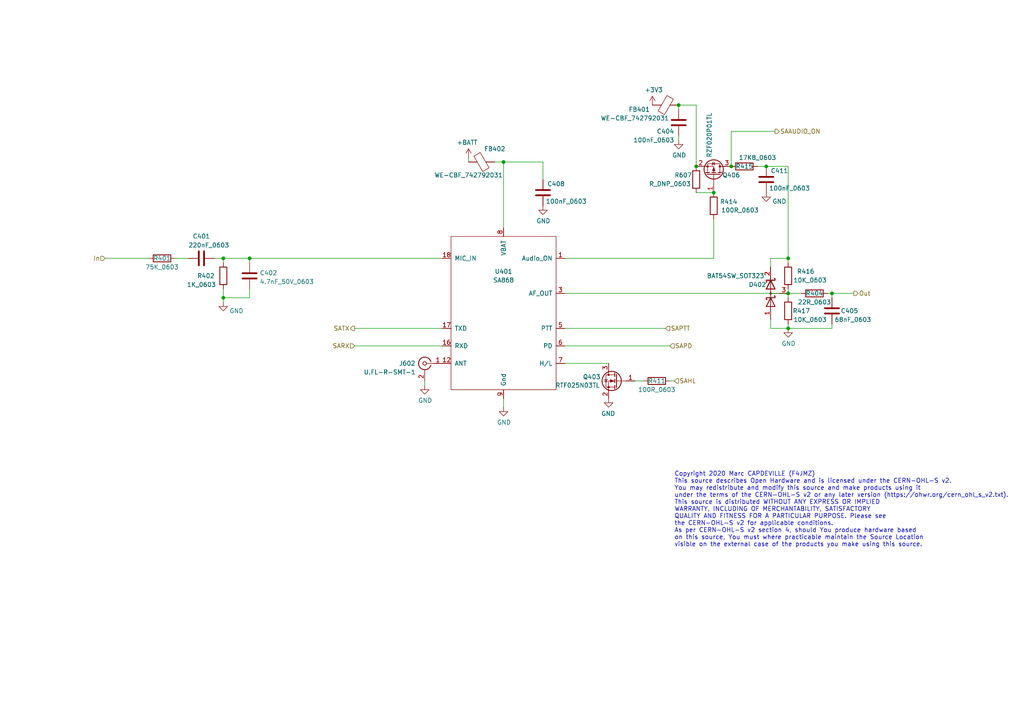
<source format=kicad_sch>
(kicad_sch (version 20211123) (generator eeschema)
  (paper "A4")
  (title_block (title "ESP32s3APRS by F4JMZ") (date "2024-08-24") (rev "0.0.1") (company "©️2025 Marc CAPDEVILLE (F4JMZ)") (comment 1 "Sources : https://github.com/mcapdeville/esp32s3aprs") (comment 2 "Licensed under CERN-OHL-S v2 (https://ohwr.org/cern_ohl_s_v2.txt)"))
  (lib_symbols
    (symbol "CAP_0603:100nF_0603" (pin_numbers hide) (pin_names (offset 0.254))
      (property "Reference" "C" (at 0.635 2.54 0))
      (property "Value" "100nF_0603" (at 0.635 -2.54 0))
      (symbol "100nF_0603_0_1"
        (polyline (pts (xy -2.032 -0.762) (xy 2.032 -0.762)) (stroke (width 0.508)))
        (polyline (pts (xy -2.032 0.762) (xy 2.032 0.762)) (stroke (width 0.508)))
      )
      (symbol "100nF_0603_1_1"
        (pin passive line (at 0 3.81 270) (length 2.794) (name "~") (number "1"))
        (pin passive line (at 0 -3.81 90) (length 2.794) (name "~") (number "2"))
      )
    )
    (symbol "CAP_0603:68nF_0603" (pin_numbers hide) (pin_names (offset 0.254))
      (property "Reference" "C" (at 0.635 2.54 0))
      (property "Value" "68nF_0603" (at 0.635 -2.54 0))
      (symbol "68nF_0603_0_1"
        (polyline (pts (xy -2.032 -0.762) (xy 2.032 -0.762)) (stroke (width 0.508)))
        (polyline (pts (xy -2.032 0.762) (xy 2.032 0.762)) (stroke (width 0.508)))
      )
      (symbol "68nF_0603_1_1"
        (pin passive line (at 0 3.81 270) (length 2.794) (name "~") (number "1"))
        (pin passive line (at 0 -3.81 90) (length 2.794) (name "~") (number "2"))
      )
    )
    (symbol "CON_SMD:U.FL-R-SMT-1" (pin_names (offset 1.016) hide)
      (property "Reference" "J" (at 5.08 0 0))
      (property "Value" "U.FL-R-SMT-1" (at 12.7 -2.54 0))
      (symbol "U.FL-R-SMT-1_0_1"
        (arc (start -1.778 -0.508) (mid 0.2311 -1.8066) (end 1.778 0) (stroke (width 0.254)))
        (polyline (pts (xy -2.54 0) (xy -0.508 0)))
        (polyline (pts (xy 0 -2.54) (xy 0 -1.778)))
        (circle (center 0 0) (radius 0.508) (stroke (width 0.2032)))
        (arc (start 1.778 0) (mid 0.2099 1.8101) (end -1.778 0.508) (stroke (width 0.254)))
      )
      (symbol "U.FL-R-SMT-1_1_1"
        (pin passive line (at -5.08 0 0) (length 2.54) (name "In") (number "1"))
        (pin passive line (at 0 -5.08 90) (length 2.54) (name "Ext") (number "2"))
      )
    )
    (symbol "D_SOT323:BAT54SW_SOT323" (pin_names (offset 0.762) hide)
      (property "Reference" "D" (at 3.81 2.54 0))
      (property "Value" "BAT54SW_SOT323" (at 0 2.54 0))
      (symbol "BAT54SW_SOT323_0_1"
        (polyline (pts (xy -3.81 0) (xy 3.81 0)))
        (polyline (pts (xy -3.81 0) (xy 3.81 0)))
        (polyline (pts (xy 0 0) (xy 0 -2.54)))
        (polyline (pts (xy -1.27 -1.27) (xy -1.27 1.27) (xy -1.27 1.27)) (stroke (width 0.254)))
        (polyline (pts (xy 3.81 1.27) (xy 3.81 -1.27) (xy 3.81 -1.27)) (stroke (width 0.254)))
        (polyline (pts (xy 3.81 1.27) (xy 3.81 -1.27) (xy 3.81 -1.27)) (stroke (width 0.254)))
        (polyline (pts (xy -1.27 -1.27) (xy -0.762 -1.27) (xy -0.762 -1.016) (xy -0.762 -1.016)) (stroke (width 0.254)))
        (polyline (pts (xy 3.81 -1.27) (xy 4.318 -1.27) (xy 4.318 -1.016) (xy 4.318 -1.016)) (stroke (width 0.254)))
        (polyline (pts (xy 3.81 1.27) (xy 3.302 1.27) (xy 3.302 1.016) (xy 3.302 1.016)) (stroke (width 0.254)))
        (polyline (pts (xy -1.778 1.016) (xy -1.778 1.27) (xy -1.27 1.27) (xy -1.27 1.27) (xy -1.27 1.27)) (stroke (width 0.254)))
        (polyline (pts (xy -3.81 1.27) (xy -1.27 0) (xy -3.81 -1.27) (xy -3.81 1.27) (xy -3.81 1.27) (xy -3.81 1.27)) (stroke (width 0.254)))
        (polyline (pts (xy 1.27 1.27) (xy 3.81 0) (xy 1.27 -1.27) (xy 1.27 1.27) (xy 1.27 1.27) (xy 1.27 1.27)) (stroke (width 0.254)))
        (polyline (pts (xy 1.27 1.27) (xy 3.81 0) (xy 1.27 -1.27) (xy 1.27 1.27) (xy 1.27 1.27) (xy 1.27 1.27)) (stroke (width 0.254)))
        (circle (center 0 0) (radius 0.254) (fill (type outline)))
        (pin passive line (at -7.62 0 0) (length 3.81) (name "A") (number "1"))
        (pin passive line (at 7.62 0 180) (length 3.81) (name "A") (number "2"))
        (pin passive line (at 7.62 0 180) (length 3.81) (name "A") (number "2"))
        (pin passive line (at 0 -5.08 90) (length 2.54) (name "K") (number "3"))
      )
    )
    (symbol "FB_0805:WE-CBF_742792031" (pin_numbers hide) (pin_names (offset 0))
      (property "Reference" "FB" (at -3.81 0.635 90))
      (property "Value" "WE-CBF_742792031" (at 3.81 0 90))
      (symbol "WE-CBF_742792031_0_1"
        (polyline (pts (xy 0 -1.27) (xy 0 -1.2192)))
        (polyline (pts (xy 0 1.27) (xy 0 1.2954)))
        (polyline (pts (xy -2.7686 0.4064) (xy -1.7018 2.2606) (xy 2.7686 -0.3048) (xy 1.6764 -2.159) (xy -2.7686 0.4064)))
      )
      (symbol "WE-CBF_742792031_1_1"
        (pin passive line (at 0 3.81 270) (length 2.54) (name "~") (number "1"))
        (pin passive line (at 0 -3.81 90) (length 2.54) (name "~") (number "2"))
      )
    )
    (symbol "Q_SOT323:RTF025N03TL" (pin_names (offset 0) hide)
      (property "Reference" "Q" (at 5.08 1.27 0))
      (property "Value" "RTF025N03TL" (at 5.08 -1.27 0))
      (symbol "RTF025N03TL_0_1"
        (polyline (pts (xy 0.254 0) (xy -2.54 0)))
        (polyline (pts (xy 0.254 1.905) (xy 0.254 -1.905)) (stroke (width 0.254)))
        (polyline (pts (xy 0.762 -1.27) (xy 0.762 -2.286)) (stroke (width 0.254)))
        (polyline (pts (xy 0.762 0.508) (xy 0.762 -0.508)) (stroke (width 0.254)))
        (polyline (pts (xy 0.762 2.286) (xy 0.762 1.27)) (stroke (width 0.254)))
        (polyline (pts (xy 2.54 2.54) (xy 2.54 1.778)))
        (polyline (pts (xy 2.54 -2.54) (xy 2.54 0) (xy 0.762 0)))
        (polyline (pts (xy 0.762 -1.778) (xy 3.302 -1.778) (xy 3.302 1.778) (xy 0.762 1.778)))
        (polyline (pts (xy 1.016 0) (xy 2.032 0.381) (xy 2.032 -0.381) (xy 1.016 0)) (fill (type outline)))
        (polyline (pts (xy 2.794 0.508) (xy 2.921 0.381) (xy 3.683 0.381) (xy 3.81 0.254)))
        (polyline (pts (xy 3.302 0.381) (xy 2.921 -0.254) (xy 3.683 -0.254) (xy 3.302 0.381)))
        (circle (center 1.651 0) (radius 2.794) (stroke (width 0.254)))
        (circle (center 2.54 -1.778) (radius 0.254) (fill (type outline)))
        (circle (center 2.54 1.778) (radius 0.254) (fill (type outline)))
      )
      (symbol "RTF025N03TL_1_1"
        (pin input line (at -5.08 0 0) (length 2.54) (name "G") (number "1"))
        (pin passive line (at 2.54 -5.08 90) (length 2.54) (name "S") (number "2"))
        (pin passive line (at 2.54 5.08 270) (length 2.54) (name "D") (number "3"))
      )
    )
    (symbol "Q_SOT323:RZF020P01TL" (pin_names (offset 0) hide)
      (property "Reference" "Q" (at 5.08 1.27 0))
      (property "Value" "RZF020P01TL" (at 5.08 -1.27 0))
      (symbol "RZF020P01TL_0_1"
        (polyline (pts (xy 0.254 0) (xy -2.54 0)))
        (polyline (pts (xy 0.254 1.905) (xy 0.254 -1.905)) (stroke (width 0.254)))
        (polyline (pts (xy 0.762 -1.27) (xy 0.762 -2.286)) (stroke (width 0.254)))
        (polyline (pts (xy 0.762 0.508) (xy 0.762 -0.508)) (stroke (width 0.254)))
        (polyline (pts (xy 0.762 2.286) (xy 0.762 1.27)) (stroke (width 0.254)))
        (polyline (pts (xy 2.54 2.54) (xy 2.54 1.778)))
        (polyline (pts (xy 2.54 -2.54) (xy 2.54 0) (xy 0.762 0)))
        (polyline (pts (xy 0.762 1.778) (xy 3.302 1.778) (xy 3.302 -1.778) (xy 0.762 -1.778)))
        (polyline (pts (xy 2.286 0) (xy 1.27 0.381) (xy 1.27 -0.381) (xy 2.286 0)) (fill (type outline)))
        (polyline (pts (xy 2.794 -0.508) (xy 2.921 -0.381) (xy 3.683 -0.381) (xy 3.81 -0.254)))
        (polyline (pts (xy 3.302 -0.381) (xy 2.921 0.254) (xy 3.683 0.254) (xy 3.302 -0.381)))
        (circle (center 1.651 0) (radius 2.794) (stroke (width 0.254)))
        (circle (center 2.54 -1.778) (radius 0.254) (fill (type outline)))
        (circle (center 2.54 1.778) (radius 0.254) (fill (type outline)))
      )
      (symbol "RZF020P01TL_1_1"
        (pin input line (at -5.08 0 0) (length 2.54) (name "G") (number "1"))
        (pin passive line (at 2.54 -5.08 90) (length 2.54) (name "S") (number "2"))
        (pin passive line (at 2.54 5.08 270) (length 2.54) (name "D") (number "3"))
      )
    )
    (symbol "RES_0603:100R_0603" (pin_numbers hide) (pin_names (offset 0))
      (property "Reference" "R" (at 0 -1.27 90))
      (property "Value" "100R_0603" (at 2.54 0 90))
      (symbol "100R_0603_0_1"
        (rectangle (start -1.016 -2.54) (end 1.016 2.54) (stroke (width 0.254)))
      )
      (symbol "100R_0603_1_1"
        (pin passive line (at 0 3.81 270) (length 1.27) (name "~") (number "1"))
        (pin passive line (at 0 -3.81 90) (length 1.27) (name "~") (number "2"))
      )
    )
    (symbol "RES_0603:10K_0603" (pin_numbers hide) (pin_names (offset 0))
      (property "Reference" "R" (at 0 -1.27 90))
      (property "Value" "10K_0603" (at 2.54 0 90))
      (symbol "10K_0603_0_1"
        (rectangle (start -1.016 -2.54) (end 1.016 2.54) (stroke (width 0.254)))
      )
      (symbol "10K_0603_1_1"
        (pin passive line (at 0 3.81 270) (length 1.27) (name "~") (number "1"))
        (pin passive line (at 0 -3.81 90) (length 1.27) (name "~") (number "2"))
      )
    )
    (symbol "RES_0603:17K8_0603" (pin_numbers hide) (pin_names (offset 0))
      (property "Reference" "R" (at 0 -1.27 90))
      (property "Value" "17K8_0603" (at 2.54 0 90))
      (symbol "17K8_0603_0_1"
        (rectangle (start -1.016 -2.54) (end 1.016 2.54) (stroke (width 0.254)))
      )
      (symbol "17K8_0603_1_1"
        (pin passive line (at 0 3.81 270) (length 1.27) (name "~") (number "1"))
        (pin passive line (at 0 -3.81 90) (length 1.27) (name "~") (number "2"))
      )
    )
    (symbol "RES_0603:1K_0603" (pin_numbers hide) (pin_names (offset 0))
      (property "Reference" "R" (at 0 -1.27 90))
      (property "Value" "1K_0603" (at 2.54 0 90))
      (symbol "1K_0603_0_1"
        (rectangle (start -1.016 -2.54) (end 1.016 2.54) (stroke (width 0.254)))
      )
      (symbol "1K_0603_1_1"
        (pin passive line (at 0 3.81 270) (length 1.27) (name "~") (number "1"))
        (pin passive line (at 0 -3.81 90) (length 1.27) (name "~") (number "2"))
      )
    )
    (symbol "RES_0603:22R_0603" (pin_numbers hide) (pin_names (offset 0))
      (property "Reference" "R" (at 0 -1.27 90))
      (property "Value" "22R_0603" (at 2.54 0 90))
      (symbol "22R_0603_0_1"
        (rectangle (start -1.016 -2.54) (end 1.016 2.54) (stroke (width 0.254)))
      )
      (symbol "22R_0603_1_1"
        (pin passive line (at 0 3.81 270) (length 1.27) (name "~") (number "1"))
        (pin passive line (at 0 -3.81 90) (length 1.27) (name "~") (number "2"))
      )
    )
    (symbol "RES_0603:75K_0603" (pin_numbers hide) (pin_names (offset 0))
      (property "Reference" "R" (at 0 -1.27 90))
      (property "Value" "75K_0603" (at 2.54 0 90))
      (symbol "75K_0603_0_1"
        (rectangle (start -1.016 -2.54) (end 1.016 2.54) (stroke (width 0.254)))
      )
      (symbol "75K_0603_1_1"
        (pin passive line (at 0 3.81 270) (length 1.27) (name "~") (number "1"))
        (pin passive line (at 0 -3.81 90) (length 1.27) (name "~") (number "2"))
      )
    )
    (symbol "RES_0603:R_DNP_0603" (pin_numbers hide) (pin_names (offset 0))
      (property "Reference" "R" (at 0 -1.27 90))
      (property "Value" "R_DNP_0603" (at 2.54 0 90))
      (symbol "R_DNP_0603_0_1"
        (rectangle (start -1.016 -2.54) (end 1.016 2.54) (stroke (width 0.254)))
      )
      (symbol "R_DNP_0603_1_1"
        (pin passive line (at 0 3.81 270) (length 1.27) (name "~") (number "1"))
        (pin passive line (at 0 -3.81 90) (length 1.27) (name "~") (number "2"))
      )
    )
    (symbol "U_Radio:SA868" (pin_names (offset 1.016))
      (property "Reference" "U401" (at 0 16.51 0))
      (property "Value" "SA868" (at 0 13.97 0))
      (symbol "SA868_0_1"
        (rectangle (start -15.24 26.67) (end 15.24 -17.78))
      )
      (symbol "SA868_1_1"
        (pin output line (at 17.78 20.32 180) (length 2.54) (name "Audio_ON") (number "1"))
        (pin power_in line (at 0 -20.32 90) (length 2.54) hide (name "Gnd") (number "10"))
        (pin bidirectional line (at -17.78 -10.16 0) (length 2.54) (name "ANT") (number "12"))
        (pin input line (at -17.78 -5.08 0) (length 2.54) (name "RXD") (number "16"))
        (pin output line (at -17.78 0 0) (length 2.54) (name "TXD") (number "17"))
        (pin input line (at -17.78 20.32 0) (length 2.54) (name "MIC_IN") (number "18"))
        (pin power_in line (at -10.795 -20.32 90) (length 2.54) hide (name "Fix2") (number "19"))
        (pin power_in line (at -6.985 -20.32 90) (length 2.54) hide (name "Fix1") (number "20"))
        (pin power_in line (at 12.7 -20.32 90) (length 2.54) hide (name "Diss") (number "21"))
        (pin output line (at 17.78 10.16 180) (length 2.54) (name "AF_OUT") (number "3"))
        (pin input line (at 17.78 0 180) (length 2.54) (name "PTT") (number "5"))
        (pin input line (at 17.78 -5.08 180) (length 2.54) (name "PD") (number "6"))
        (pin input line (at 17.78 -10.16 180) (length 2.54) (name "H/L") (number "7"))
        (pin power_in line (at 0 29.21 270) (length 2.54) (name "VBAT") (number "8"))
        (pin power_in line (at 0 -20.32 90) (length 2.54) (name "Gnd") (number "9"))
      )
    )
    (symbol "_symbols:4.7nF_50V_0603" (pin_numbers hide) (pin_names (offset 0.254))
      (property "Reference" "C" (at 0.635 2.54 0))
      (property "Value" "4.7nF_50V_0603" (at 0.635 -2.54 0))
      (symbol "4.7nF_50V_0603_0_1"
        (polyline (pts (xy -2.032 -0.762) (xy 2.032 -0.762)) (stroke (width 0.508)))
        (polyline (pts (xy -2.032 0.762) (xy 2.032 0.762)) (stroke (width 0.508)))
      )
      (symbol "4.7nF_50V_0603_1_1"
        (pin passive line (at 0 3.81 270) (length 2.794) (name "~") (number "1"))
        (pin passive line (at 0 -3.81 90) (length 2.794) (name "~") (number "2"))
      )
    )
    (symbol "power:+3V3" (power) (pin_names (offset 0))
      (property "Value" "+3V3" (at 0 3.556 0))
      (symbol "+3V3_0_1"
        (polyline (pts (xy -0.762 1.27) (xy 0 2.54)))
        (polyline (pts (xy 0 0) (xy 0 2.54)))
        (polyline (pts (xy 0 2.54) (xy 0.762 1.27)))
      )
      (symbol "+3V3_1_1"
        (pin power_in line (at 0 0 90) (length 0) hide (name "+3V3") (number "1"))
      )
    )
    (symbol "power:+BATT" (power) (pin_names (offset 0))
      (property "Value" "+BATT" (at 0 3.556 0))
      (symbol "+BATT_0_1"
        (polyline (pts (xy -0.762 1.27) (xy 0 2.54)))
        (polyline (pts (xy 0 0) (xy 0 2.54)))
        (polyline (pts (xy 0 2.54) (xy 0.762 1.27)))
      )
      (symbol "+BATT_1_1"
        (pin power_in line (at 0 0 90) (length 0) hide (name "+BATT") (number "1"))
      )
    )
    (symbol "power:GND" (power) (pin_names (offset 0))
      (property "Value" "GND" (at 0 -3.81 0))
      (symbol "GND_0_1"
        (polyline (pts (xy 0 0) (xy 0 -1.27) (xy 1.27 -1.27) (xy 0 -2.54) (xy -1.27 -1.27) (xy 0 -1.27)))
      )
      (symbol "GND_1_1"
        (pin power_in line (at 0 0 270) (length 0) hide (name "GND") (number "1"))
      )
    )
  )
  (junction (at 228.6 85.09))
  (junction (at 222.25 48.26))
  (junction (at 146.05 46.99))
  (junction (at 72.39 74.93))
  (junction (at 228.6 74.93))
  (junction (at 207.01 55.88))
  (junction (at 64.77 74.93))
  (junction (at 228.6 95.25))
  (junction (at 212.09 48.26))
  (junction (at 241.3 85.09))
  (junction (at 64.77 86.36))
  (junction (at 196.85 30.48))
  (junction (at 201.93 48.26))
  (wire (pts (xy 196.85 39.37) (xy 196.85 40.64)))
  (wire (pts (xy 223.52 77.47) (xy 223.52 74.93)))
  (wire (pts (xy 228.6 95.25) (xy 241.3 95.25)))
  (wire (pts (xy 193.04 95.25) (xy 163.83 95.25)))
  (wire (pts (xy 222.25 48.26) (xy 228.6 48.26)))
  (wire (pts (xy 157.48 46.99) (xy 157.48 52.07)))
  (wire (pts (xy 135.89 46.99) (xy 135.89 45.72)))
  (wire (pts (xy 194.31 110.49) (xy 195.58 110.49)))
  (wire (pts (xy 184.15 110.49) (xy 186.69 110.49)))
  (wire (pts (xy 201.93 55.88) (xy 207.01 55.88)))
  (wire (pts (xy 64.77 86.36) (xy 72.39 86.36)))
  (wire (pts (xy 223.52 95.25) (xy 228.6 95.25)))
  (wire (pts (xy 157.48 46.99) (xy 146.05 46.99)))
  (wire (pts (xy 241.3 95.25) (xy 241.3 93.98)))
  (wire (pts (xy 163.83 100.33) (xy 194.31 100.33)))
  (wire (pts (xy 30.48 74.93) (xy 43.18 74.93)))
  (wire (pts (xy 219.71 48.26) (xy 222.25 48.26)))
  (wire (pts (xy 64.77 76.2) (xy 64.77 74.93)))
  (wire (pts (xy 163.83 85.09) (xy 228.6 85.09)))
  (wire (pts (xy 228.6 83.82) (xy 228.6 85.09)))
  (wire (pts (xy 50.8 74.93) (xy 54.61 74.93)))
  (wire (pts (xy 143.51 46.99) (xy 146.05 46.99)))
  (wire (pts (xy 72.39 86.36) (xy 72.39 83.82)))
  (wire (pts (xy 207.01 63.5) (xy 207.01 74.93)))
  (wire (pts (xy 228.6 85.09) (xy 228.6 86.36)))
  (wire (pts (xy 123.19 111.76) (xy 123.19 110.49)))
  (wire (pts (xy 228.6 74.93) (xy 228.6 76.2)))
  (wire (pts (xy 196.85 30.48) (xy 201.93 30.48)))
  (wire (pts (xy 64.77 86.36) (xy 64.77 87.63)))
  (wire (pts (xy 228.6 74.93) (xy 228.6 48.26)))
  (wire (pts (xy 241.3 86.36) (xy 241.3 85.09)))
  (wire (pts (xy 64.77 86.36) (xy 64.77 83.82)))
  (wire (pts (xy 72.39 74.93) (xy 72.39 76.2)))
  (wire (pts (xy 240.03 85.09) (xy 241.3 85.09)))
  (wire (pts (xy 72.39 74.93) (xy 128.27 74.93)))
  (wire (pts (xy 212.09 38.1) (xy 224.79 38.1)))
  (wire (pts (xy 201.93 30.48) (xy 201.93 48.26)))
  (wire (pts (xy 146.05 115.57) (xy 146.05 118.11)))
  (wire (pts (xy 228.6 85.09) (xy 232.41 85.09)))
  (wire (pts (xy 223.52 92.71) (xy 223.52 95.25)))
  (wire (pts (xy 163.83 105.41) (xy 176.53 105.41)))
  (wire (pts (xy 163.83 74.93) (xy 207.01 74.93)))
  (wire (pts (xy 241.3 85.09) (xy 247.65 85.09)))
  (wire (pts (xy 146.05 46.99) (xy 146.05 66.04)))
  (wire (pts (xy 212.09 38.1) (xy 212.09 48.26)))
  (wire (pts (xy 62.23 74.93) (xy 64.77 74.93)))
  (wire (pts (xy 102.87 95.25) (xy 128.27 95.25)))
  (wire (pts (xy 196.85 31.75) (xy 196.85 30.48)))
  (wire (pts (xy 102.87 100.33) (xy 128.27 100.33)))
  (wire (pts (xy 64.77 74.93) (xy 72.39 74.93)))
  (wire (pts (xy 223.52 74.93) (xy 228.6 74.93)))
  (wire (pts (xy 228.6 95.25) (xy 228.6 93.98)))
  (text "Copyright 2020 Marc CAPDEVILLE (F4JMZ)\nThis source describes Open Hardware and is licensed under the CERN-OHL-S v2.\nYou may redistribute and modify this source and make products using it\nunder the terms of the CERN-OHL-S v2 or any later version (https://ohwr.org/cern_ohl_s_v2.txt).\nThis source is distributed WITHOUT ANY EXPRESS OR IMPLIED\nWARRANTY, INCLUDING OF MERCHANTABILITY, SATISFACTORY\nQUALITY AND FITNESS FOR A PARTICULAR PURPOSE. Please see\nthe CERN-OHL-S v2 for applicable conditions.\nAs per CERN-OHL-S v2 section 4, should You produce hardware based\non this source, You must where practicable maintain the Source Location\nvisible on the external case of the products you make using this source." (at 195.58 158.75 0) (effects (font (size 1.27 1.27)) (justify left bottom)))
  (hierarchical_label "SAAUDIO_ON" (shape output) (at 224.79 38.1 0))
  (hierarchical_label "Out" (shape output) (at 247.65 85.09 0))
  (hierarchical_label "SAHL" (shape input) (at 195.58 110.49 0))
  (hierarchical_label "SATX" (shape output) (at 102.87 95.25 180))
  (hierarchical_label "SARX" (shape input) (at 102.87 100.33 180))
  (hierarchical_label "SAPTT" (shape input) (at 193.04 95.25 0))
  (hierarchical_label "In" (shape input) (at 30.48 74.93 180))
  (hierarchical_label "SAPD" (shape input) (at 194.31 100.33 0))
  (symbol (lib_id "RES_0603:17K8_0603") (at 215.9 48.26 270) (unit 1)
    (property "Reference" "R415" (at 215.9 48.26 90))
    (property "Value" "17K8_0603" (at 219.71 45.72 90))
    (property "Footprint" "Resistor_SMD:R_0603_1608Metric" (effects hide))
    (property "Radiospares" "122-9032" (effects hide))
    (property "Mouser" "603-RC0603FR-0717K8L" (effects hide))
  )
  (symbol (lib_id "CAP_0603:100nF_0603") (at 222.25 52.07 180) (unit 1)
    (property "Reference" "C411" (at 226.06 49.53 0))
    (property "Value" "100nF_0603" (at 234.95 54.61 0) (effects (justify left)))
    (property "Footprint" "Capacitor_SMD:C_0603_1608Metric" (effects hide))
    (property "Radiospares" "184-3685" (effects hide))
    (property "Mouser" "963-UMK107B7104KAHT" (effects hide))
  )
  (symbol (lib_id "power:GND") (at 222.25 55.88 0) (unit 1)
    (property "Reference" "#PWR0414" (effects hide))
    (property "Value" "GND" (at 226.06 58.42 0))
  )
  (symbol (lib_id "U_Radio:SA868") (at 146.05 95.25 0) (unit 1)
    (property "Reference" "U401" (at 146.05 78.74 0))
    (property "Value" "SA868" (at 146.05 81.28 0))
    (property "Footprint" "_footprint:SA8x8" (effects hide))
    (property "G-NiceRF" "SA868" (effects hide))
  )
  (symbol (lib_id "power:GND") (at 157.48 59.69 0) (unit 1)
    (property "Reference" "#PWR0410" (effects hide))
    (property "Value" "GND" (at 157.607 64.0842 0))
  )
  (symbol (lib_id "power:+BATT") (at 135.89 45.72 0) (mirror y) (unit 1)
    (property "Reference" "#PWR0405" (effects hide))
    (property "Value" "+BATT" (at 135.509 41.3258 0))
  )
  (symbol (lib_id "power:GND") (at 146.05 118.11 0) (unit 1)
    (property "Reference" "#PWR0409" (effects hide))
    (property "Value" "GND" (at 146.177 122.5042 0))
  )
  (symbol (lib_id "FB_0805:WE-CBF_742792031") (at 139.7 46.99 90) (mirror x) (unit 1)
    (property "Reference" "FB402" (at 143.51 43.18 90))
    (property "Value" "WE-CBF_742792031" (at 135.89 50.8 90))
    (property "Footprint" "Inductor_SMD:L_0805_2012Metric" (effects hide))
    (property "Radiospares" "669-4092" (effects hide))
    (property "Mouser" "710-742792031" (effects hide))
  )
  (symbol (lib_id "CAP_0603:100nF_0603") (at 157.48 55.88 0) (mirror y) (unit 1)
    (property "Reference" "C408" (at 163.83 53.34 0) (effects (justify left)))
    (property "Value" "100nF_0603" (at 170.18 58.42 0) (effects (justify left)))
    (property "Footprint" "Capacitor_SMD:C_0603_1608Metric" (effects hide))
    (property "Radiospares" "184-3685" (effects hide))
    (property "Mouser" "963-UMK107B7104KAHT" (effects hide))
  )
  (symbol (lib_id "FB_0805:WE-CBF_742792031") (at 193.04 30.48 270) (unit 1)
    (property "Reference" "FB401" (at 185.42 31.75 90))
    (property "Value" "WE-CBF_742792031" (at 184.15 34.29 90))
    (property "Footprint" "Inductor_SMD:L_0805_2012Metric" (effects hide))
    (property "Radiospares" "669-4092" (effects hide))
    (property "Mouser" "710-742792031" (effects hide))
  )
  (symbol (lib_id "power:+3V3") (at 189.23 30.48 0) (unit 1)
    (property "Reference" "#PWR0402" (effects hide))
    (property "Value" "+3V3" (at 189.611 26.0858 0))
  )
  (symbol (lib_id "CAP_0603:100nF_0603") (at 196.85 35.56 0) (mirror y) (unit 1)
    (property "Reference" "C404" (at 195.58 38.1 0) (effects (justify left)))
    (property "Value" "100nF_0603" (at 195.58 40.64 0) (effects (justify left)))
    (property "Footprint" "Capacitor_SMD:C_0603_1608Metric" (effects hide))
    (property "Radiospares" "184-3685" (effects hide))
    (property "Mouser" "963-UMK107B7104KAHT" (effects hide))
  )
  (symbol (lib_id "power:GND") (at 196.85 40.64 0) (unit 1)
    (property "Reference" "#PWR0403" (effects hide))
    (property "Value" "GND" (at 196.977 45.0342 0))
  )
  (symbol (lib_id "RES_0603:R_DNP_0603") (at 201.93 52.07 0) (unit 1) (in_bom no)
    (property "Reference" "R607" (at 195.58 50.8 0) (effects (justify left)))
    (property "Value" "R_DNP_0603" (at 194.31 53.34 0))
    (property "Footprint" "Resistor_SMD:R_0603_1608Metric" (effects hide))
  )
  (symbol (lib_id "power:GND") (at 123.19 111.76 0) (unit 1)
    (property "Reference" "#PWR0119" (effects hide))
    (property "Value" "GND" (at 123.317 116.1542 0))
  )
  (symbol (lib_id "RES_0603:100R_0603") (at 207.01 59.69 0) (unit 1)
    (property "Reference" "R414" (at 208.788 58.5216 0) (effects (justify left)))
    (property "Value" "100R_0603" (at 214.63 60.96 0))
    (property "Footprint" "Resistor_SMD:R_0603_1608Metric" (effects hide))
    (property "Radiospares" "199-5441" (effects hide))
    (property "Mouser" "603-RC0603FR-07100RL" (effects hide))
  )
  (symbol (lib_id "RES_0603:100R_0603") (at 190.5 110.49 90) (mirror x) (unit 1)
    (property "Reference" "R411" (at 190.5 110.49 90))
    (property "Value" "100R_0603" (at 190.5 113.03 90))
    (property "Footprint" "Resistor_SMD:R_0603_1608Metric" (effects hide))
    (property "Radiospares" "199-5441" (effects hide))
    (property "Mouser" "603-RC0603FR-07100RL" (effects hide))
  )
  (symbol (lib_id "power:GND") (at 176.53 115.57 0) (mirror y) (unit 1)
    (property "Reference" "#PWR0411" (effects hide))
    (property "Value" "GND" (at 176.403 119.9642 0))
  )
  (symbol (lib_id "CON_SMD:U.FL-R-SMT-1") (at 123.19 105.41 0) (mirror y) (unit 1)
    (property "Reference" "J602" (at 118.11 105.41 0))
    (property "Value" "U.FL-R-SMT-1" (at 113.03 107.95 0))
    (property "Footprint" "Connector_Coaxial:U.FL_Hirose_U.FL-R-SMT-1_Vertical" (effects hide))
    (property "Datasheet" " ~" (effects hide))
    (property "Mouser" "798-U.FL-R-SMT-110" (effects hide))
    (property "Radiospares" "557-981" (effects hide))
  )
  (symbol (lib_id "Q_SOT323:RZF020P01TL") (at 207.01 50.8 270) (mirror x) (unit 1)
    (property "Reference" "Q406" (at 212.09 50.8 90))
    (property "Value" "RZF020P01TL" (at 205.74 45.72 0) (effects (justify left)))
    (property "Footprint" "_footprint:SOT-323T_SC-113A" (effects hide))
    (property "Mouser" "755-RZF020P01TL" (effects hide))
  )
  (symbol (lib_id "RES_0603:10K_0603") (at 228.6 80.01 0) (unit 1)
    (property "Reference" "R416" (at 231.14 78.74 0) (effects (justify left)))
    (property "Value" "10K_0603" (at 234.95 81.28 0))
    (property "Footprint" "Resistor_SMD:R_0603_1608Metric" (effects hide))
    (property "Radiospares" "199-5443" (effects hide))
    (property "Mouser" "603-RC0603FR-0710KL" (effects hide))
  )
  (symbol (lib_id "RES_0603:10K_0603") (at 228.6 90.17 0) (unit 1)
    (property "Reference" "R417" (at 229.87 90.17 0) (effects (justify left)))
    (property "Value" "10K_0603" (at 234.95 92.71 0))
    (property "Footprint" "Resistor_SMD:R_0603_1608Metric" (effects hide))
    (property "Radiospares" "199-5443" (effects hide))
    (property "Mouser" "603-RC0603FR-0710KL" (effects hide))
  )
  (symbol (lib_id "D_SOT323:BAT54SW_SOT323") (at 223.52 85.09 90) (unit 1)
    (property "Reference" "D402" (at 222.25 82.55 90) (effects (justify left)))
    (property "Value" "BAT54SW_SOT323" (at 213.36 80.01 90))
    (property "Footprint" "Package_TO_SOT_SMD:SOT-323_SC-70" (effects hide))
    (property "Radiospares" "380-1216" (effects hide))
    (property "Mouser" "771-BAT54SW-T/R" (effects hide))
  )
  (symbol (lib_id "RES_0603:22R_0603") (at 236.22 85.09 270) (unit 1)
    (property "Reference" "R404" (at 236.22 85.09 90))
    (property "Value" "22R_0603" (at 236.22 87.63 90))
    (property "Footprint" "Resistor_SMD:R_0603_1608Metric" (effects hide))
    (property "Radiospares" "199-5504" (effects hide))
    (property "Mouser" "603-RC0603FR-0722RL" (effects hide))
  )
  (symbol (lib_id "CAP_0603:68nF_0603") (at 241.3 90.17 180) (unit 1)
    (property "Reference" "C405" (at 246.38 90.17 0))
    (property "Value" "68nF_0603" (at 252.73 92.71 0) (effects (justify left)))
    (property "Footprint" "Capacitor_SMD:C_0603_1608Metric" (effects hide))
    (property "Radiospares" "839-2978" (effects hide))
    (property "Mouser" "710-885012206094" (effects hide))
  )
  (symbol (lib_id "power:GND") (at 228.6 95.25 0) (unit 1)
    (property "Reference" "#PWR0415" (effects hide))
    (property "Value" "GND" (at 228.727 99.6442 0))
  )
  (symbol (lib_id "RES_0603:1K_0603") (at 64.77 80.01 180) (unit 1)
    (property "Reference" "R402" (at 57.15 80.01 0) (effects (justify right)))
    (property "Value" "1K_0603" (at 58.42 82.55 0))
    (property "Footprint" "Resistor_SMD:R_0603_1608Metric" (effects hide))
    (property "Radiospares" "199-5479" (effects hide))
    (property "Mouser" "603-RC0603FR-071KL" (effects hide))
  )
  (symbol (lib_id "RES_0603:75K_0603") (at 46.99 74.93 270) (unit 1)
    (property "Reference" "R401" (at 46.99 74.93 90))
    (property "Value" "75K_0603" (at 46.99 77.47 90))
    (property "Footprint" "Resistor_SMD:R_0603_1608Metric" (effects hide))
    (property "Radiospares" "199-5631" (effects hide))
    (property "Mouser" "603-RC0603FR-0775KL" (effects hide))
  )
  (symbol (lib_id "power:GND") (at 64.77 87.63 0) (unit 1)
    (property "Reference" "#PWR0401" (effects hide))
    (property "Value" "GND" (at 68.58 90.17 0))
  )
  (symbol (lib_id "Q_SOT323:RTF025N03TL") (at 179.07 110.49 0) (mirror y) (unit 1)
    (property "Reference" "Q403" (at 174.2186 109.3216 0) (effects (justify left)))
    (property "Value" "RTF025N03TL" (at 173.99 111.76 0) (effects (justify left)))
    (property "Footprint" "_footprint:SOT-323T_SC-113A" (effects hide))
    (property "Mouser" "755-RTF025N03TL" (effects hide))
  )
  (symbol (lib_id "_symbols:4.7nF_50V_0603") (at 72.39 80.01 0) (unit 1)
    (property "Reference" "C402" (at 75.311 79.1753 0) (effects (justify left)))
    (property "Value" "4.7nF_50V_0603" (at 75.311 81.7122 0) (effects (justify left)))
    (property "Footprint" "Capacitor_SMD:C_0603_1608Metric" (effects hide))
    (property "Radiospares" "264-4589" (effects hide))
    (property "Mouser" "80-C0603C472K5R" (effects hide))
  )
  (symbol (lib_id "CAP_0603:100nF_0603") (at 58.42 74.93 270) (unit 1)
    (property "Reference" "C401" (at 58.42 68.5292 90))
    (property "Value" "220nF_0603" (at 54.61 71.12 90) (effects (justify left)))
    (property "Footprint" "Capacitor_SMD:C_0603_1608Metric" (effects hide))
    (property "Radiospares" "788-2997" (effects hide))
    (property "Mouser" "963-UMK107B7224KAHT" (effects hide))
  )
)
</source>
